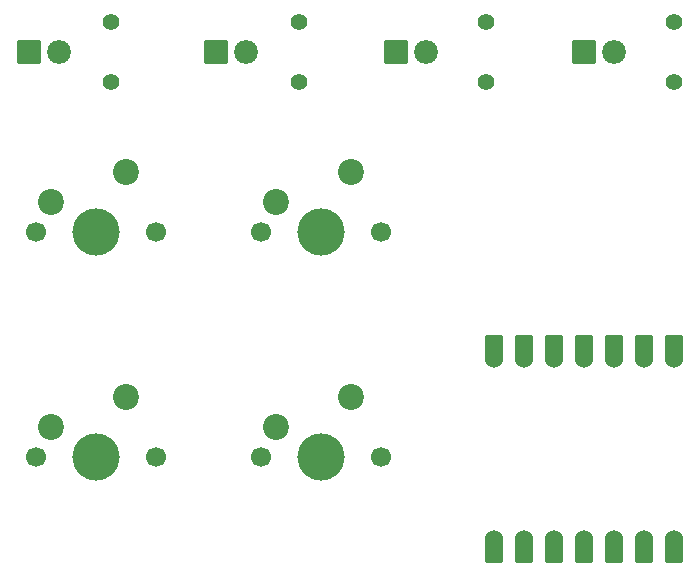
<source format=gbr>
%TF.GenerationSoftware,KiCad,Pcbnew,9.0.3*%
%TF.CreationDate,2025-07-28T00:11:01-05:00*%
%TF.ProjectId,eesa-pathfinder,65657361-2d70-4617-9468-66696e646572,rev?*%
%TF.SameCoordinates,Original*%
%TF.FileFunction,Soldermask,Top*%
%TF.FilePolarity,Negative*%
%FSLAX46Y46*%
G04 Gerber Fmt 4.6, Leading zero omitted, Abs format (unit mm)*
G04 Created by KiCad (PCBNEW 9.0.3) date 2025-07-28 00:11:01*
%MOMM*%
%LPD*%
G01*
G04 APERTURE LIST*
G04 Aperture macros list*
%AMRoundRect*
0 Rectangle with rounded corners*
0 $1 Rounding radius*
0 $2 $3 $4 $5 $6 $7 $8 $9 X,Y pos of 4 corners*
0 Add a 4 corners polygon primitive as box body*
4,1,4,$2,$3,$4,$5,$6,$7,$8,$9,$2,$3,0*
0 Add four circle primitives for the rounded corners*
1,1,$1+$1,$2,$3*
1,1,$1+$1,$4,$5*
1,1,$1+$1,$6,$7*
1,1,$1+$1,$8,$9*
0 Add four rect primitives between the rounded corners*
20,1,$1+$1,$2,$3,$4,$5,0*
20,1,$1+$1,$4,$5,$6,$7,0*
20,1,$1+$1,$6,$7,$8,$9,0*
20,1,$1+$1,$8,$9,$2,$3,0*%
G04 Aperture macros list end*
%ADD10C,1.400000*%
%ADD11C,2.019000*%
%ADD12RoundRect,0.102000X-0.907500X-0.907500X0.907500X-0.907500X0.907500X0.907500X-0.907500X0.907500X0*%
%ADD13C,1.700000*%
%ADD14C,4.000000*%
%ADD15C,2.200000*%
%ADD16RoundRect,0.152400X0.609600X-1.063600X0.609600X1.063600X-0.609600X1.063600X-0.609600X-1.063600X0*%
%ADD17C,1.524000*%
%ADD18RoundRect,0.152400X-0.609600X1.063600X-0.609600X-1.063600X0.609600X-1.063600X0.609600X1.063600X0*%
G04 APERTURE END LIST*
D10*
%TO.C,R3*%
X131445000Y-80645000D03*
X131445000Y-85725000D03*
%TD*%
D11*
%TO.C,D4*%
X142240000Y-83185000D03*
D12*
X139700000Y-83185000D03*
%TD*%
D13*
%TO.C,SW1*%
X93345000Y-98425000D03*
D14*
X98425000Y-98425000D03*
D13*
X103505000Y-98425000D03*
D15*
X100965000Y-93345000D03*
X94615000Y-95885000D03*
%TD*%
D16*
%TO.C,U1*%
X147320000Y-108385000D03*
D17*
X147320000Y-109220000D03*
D16*
X144780000Y-108385000D03*
D17*
X144780000Y-109220000D03*
D16*
X142240000Y-108385000D03*
D17*
X142240000Y-109220000D03*
D16*
X139700000Y-108385000D03*
D17*
X139700000Y-109220000D03*
D16*
X137160000Y-108385000D03*
D17*
X137160000Y-109220000D03*
D16*
X134620000Y-108385000D03*
D17*
X134620000Y-109220000D03*
D16*
X132080000Y-108385000D03*
D17*
X132080000Y-109220000D03*
X132080000Y-124460000D03*
D18*
X132080000Y-125295000D03*
D17*
X134620000Y-124460000D03*
D18*
X134620000Y-125295000D03*
D17*
X137160000Y-124460000D03*
D18*
X137160000Y-125295000D03*
D17*
X139700000Y-124460000D03*
D18*
X139700000Y-125295000D03*
D17*
X142240000Y-124460000D03*
D18*
X142240000Y-125295000D03*
D17*
X144780000Y-124460000D03*
D18*
X144780000Y-125295000D03*
D17*
X147320000Y-124460000D03*
D18*
X147320000Y-125295000D03*
%TD*%
D11*
%TO.C,D3*%
X126365000Y-83185000D03*
D12*
X123825000Y-83185000D03*
%TD*%
D10*
%TO.C,R2*%
X115570000Y-80645000D03*
X115570000Y-85725000D03*
%TD*%
D13*
%TO.C,SW4*%
X112395000Y-117475000D03*
D14*
X117475000Y-117475000D03*
D13*
X122555000Y-117475000D03*
D15*
X120015000Y-112395000D03*
X113665000Y-114935000D03*
%TD*%
D11*
%TO.C,D1*%
X95250000Y-83185000D03*
D12*
X92710000Y-83185000D03*
%TD*%
D11*
%TO.C,D2*%
X111125000Y-83185000D03*
D12*
X108585000Y-83185000D03*
%TD*%
D10*
%TO.C,R4*%
X147320000Y-80645000D03*
X147320000Y-85725000D03*
%TD*%
%TO.C,R1*%
X99695000Y-80645000D03*
X99695000Y-85725000D03*
%TD*%
D13*
%TO.C,SW2*%
X112395000Y-98425000D03*
D14*
X117475000Y-98425000D03*
D13*
X122555000Y-98425000D03*
D15*
X120015000Y-93345000D03*
X113665000Y-95885000D03*
%TD*%
D13*
%TO.C,SW3*%
X93345000Y-117475000D03*
D14*
X98425000Y-117475000D03*
D13*
X103505000Y-117475000D03*
D15*
X100965000Y-112395000D03*
X94615000Y-114935000D03*
%TD*%
M02*

</source>
